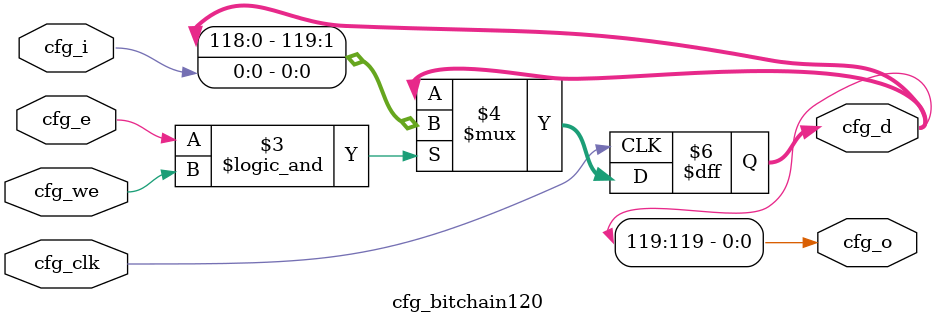
<source format=v>
module cfg_bitchain120 (
    input wire [0:0] cfg_clk,
    input wire [0:0] cfg_e,
    input wire [0:0] cfg_we,
    input wire [0:0] cfg_i,
    output reg [0:0] cfg_o,
    output reg [119:0] cfg_d
    );

    // combinational outputs
    always @* begin
        cfg_o = cfg_d[119];
    end

    always @(posedge cfg_clk) begin
        if (cfg_e && cfg_we) begin
            cfg_d <= {cfg_d, cfg_i};
        end
    end

endmodule

</source>
